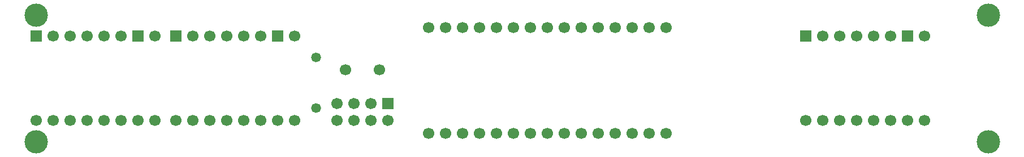
<source format=gbr>
G04 DipTrace 3.3.1.3*
G04 BottomMask.gbr*
%MOIN*%
G04 #@! TF.FileFunction,Soldermask,Bot*
G04 #@! TF.Part,Single*
%ADD27C,0.137801*%
%ADD34C,0.05788*%
%ADD36C,0.05788*%
%ADD44C,0.06698*%
%ADD46R,0.06698X0.06698*%
%ADD48R,0.066935X0.066935*%
%ADD50C,0.066935*%
%FSLAX26Y26*%
G04*
G70*
G90*
G75*
G01*
G04 BotMask*
%LPD*%
D50*
X2806200Y1168700D3*
X2906200D3*
X3006200D3*
X3106200D3*
X3206200D3*
X3306200D3*
X3406200D3*
X3506200D3*
X3606200D3*
X3706200D3*
X3806200D3*
X3906200D3*
X4006200D3*
X4106200D3*
X4206200D3*
Y543700D3*
X4106200D3*
X4006200D3*
X3906200D3*
X3806200D3*
X3706200D3*
X3606200D3*
X3506200D3*
X3406200D3*
X3306200D3*
X3206200D3*
X3106200D3*
X3006200D3*
X2906200D3*
X2806200D3*
D48*
X493700Y1118700D3*
D50*
X593700D3*
X693700D3*
X793700D3*
X893700D3*
X993700D3*
D48*
X1093700D3*
D50*
X1193700D3*
Y618700D3*
X1093700D3*
X993700D3*
X893700D3*
X793700D3*
X693700D3*
X593700D3*
X493700D3*
D48*
X1318700Y1118700D3*
D50*
X1418700D3*
X1518700D3*
X1618700D3*
X1718700D3*
X1818700D3*
D48*
X1918700D3*
D50*
X2018700D3*
Y618700D3*
X1918700D3*
X1818700D3*
X1718700D3*
X1618700D3*
X1518700D3*
X1418700D3*
X1318700D3*
D48*
X5031200Y1118700D3*
D50*
X5131200D3*
X5231200D3*
X5331200D3*
X5431200D3*
X5531200D3*
D48*
X5631200D3*
D50*
X5731200D3*
Y618700D3*
X5631200D3*
X5531200D3*
X5431200D3*
X5331200D3*
X5231200D3*
X5131200D3*
X5031200D3*
D46*
X2568700Y718700D3*
D44*
X2468700D3*
X2368700D3*
X2268700D3*
X2568700Y618700D3*
X2468700D3*
X2368700D3*
X2268700D3*
D36*
X2143700Y993700D3*
D34*
Y693700D3*
D50*
X2518700Y918700D3*
X2318700D3*
D27*
X493700Y493700D3*
X6106200Y1243700D3*
Y493700D3*
X493700Y1243700D3*
M02*

</source>
